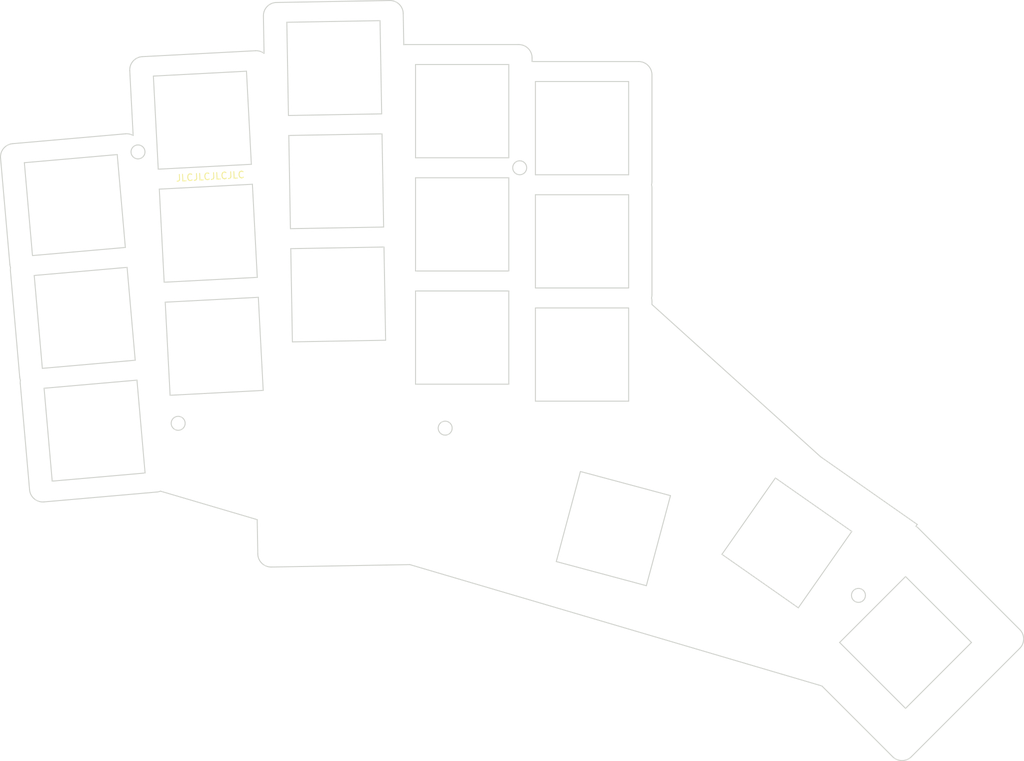
<source format=kicad_pcb>

            
(kicad_pcb (version 20171130) (host pcbnew 5.1.6)

  (page A3)
  (title_block
    (title top_plate)
    (rev 0.3)
    (company Deon)
  )

  (general
    (thickness 1.6)
  )

  (layers
    (0 F.Cu signal)
    (31 B.Cu signal)
    (32 B.Adhes user)
    (33 F.Adhes user)
    (34 B.Paste user)
    (35 F.Paste user)
    (36 B.SilkS user)
    (37 F.SilkS user)
    (38 B.Mask user)
    (39 F.Mask user)
    (40 Dwgs.User user)
    (41 Cmts.User user)
    (42 Eco1.User user)
    (43 Eco2.User user)
    (44 Edge.Cuts user)
    (45 Margin user)
    (46 B.CrtYd user)
    (47 F.CrtYd user)
    (48 B.Fab user)
    (49 F.Fab user)
  )

  (setup
    (last_trace_width 0.25)
    (trace_clearance 0.2)
    (zone_clearance 0.508)
    (zone_45_only no)
    (trace_min 0.2)
    (via_size 0.8)
    (via_drill 0.4)
    (via_min_size 0.4)
    (via_min_drill 0.3)
    (uvia_size 0.3)
    (uvia_drill 0.1)
    (uvias_allowed no)
    (uvia_min_size 0.2)
    (uvia_min_drill 0.1)
    (edge_width 0.05)
    (segment_width 0.2)
    (pcb_text_width 0.3)
    (pcb_text_size 1.5 1.5)
    (mod_edge_width 0.12)
    (mod_text_size 1 1)
    (mod_text_width 0.15)
    (pad_size 1.524 1.524)
    (pad_drill 0.762)
    (pad_to_mask_clearance 0.05)
    (aux_axis_origin 0 0)
    (visible_elements FFFFFF7F)
    (pcbplotparams
      (layerselection 0x010fc_ffffffff)
      (usegerberextensions false)
      (usegerberattributes true)
      (usegerberadvancedattributes true)
      (creategerberjobfile true)
      (excludeedgelayer true)
      (linewidth 0.100000)
      (plotframeref false)
      (viasonmask false)
      (mode 1)
      (useauxorigin false)
      (hpglpennumber 1)
      (hpglpenspeed 20)
      (hpglpendiameter 15.000000)
      (psnegative false)
      (psa4output false)
      (plotreference true)
      (plotvalue true)
      (plotinvisibletext false)
      (padsonsilk false)
      (subtractmaskfromsilk false)
      (outputformat 1)
      (mirror false)
      (drillshape 1)
      (scaleselection 1)
      (outputdirectory ""))
  )

            (net 0 "")
            
  (net_class Default "This is the default net class."
    (clearance 0.2)
    (trace_width 0.25)
    (via_dia 0.8)
    (via_drill 0.4)
    (uvia_dia 0.3)
    (uvia_drill 0.1)
    (add_net "")
  )

            
            (gr_text "JLCJLCJLCJLC" (at 12.136228500000003 -37.8934518 3) (layer F.SilkS)
                (effects (font (size 1 1) (thickness 0.15)) (justify left))
            )
        
            (gr_line (start -7.5960975 10.7027708) (end 9.339212400000001 9.2211232) (angle 90) (layer Edge.Cuts) (width 0.15))
(gr_arc (start 9.1649009 7.2287338) (end 9.3392124 9.2211232) (angle -16.449175615318268) (layer Edge.Cuts) (width 0.15))
(gr_arc (start -9.1649009 -7.2287338000000005) (end -11.137601499999999 -7.5580549) (angle -14.477515648911606) (layer Edge.Cuts) (width 0.15))
(gr_line (start -11.1572903 -7.054422299999999) (end -9.7627984 8.8846929) (angle 90) (layer Edge.Cuts) (width 0.15))
(gr_arc (start -7.770409 8.7103814) (end -9.7627984 8.8846929) (angle -90) (layer Edge.Cuts) (width 0.15))
(gr_arc (start -10.6465485 -24.1640437) (end -12.6192491 -24.493364800000002) (angle -14.477515648911663) (layer Edge.Cuts) (width 0.15))
(gr_line (start -12.6389379 -23.9897322) (end -11.244446 -8.050617) (angle 90) (layer Edge.Cuts) (width 0.15))
(gr_arc (start -9.2520566 -8.2249285) (end -11.244446 -8.050617) (angle -14.47750864595821) (layer Edge.Cuts) (width 0.15))
(gr_arc (start 4.8071138 -42.5810012) (end 5.7910772 -44.322212300000004) (angle -34.47091611794221) (layer Edge.Cuts) (width 0.15))
(gr_line (start 4.632802299999998 -44.573390599999996) (end -12.3025076 -43.091743) (angle 90) (layer Edge.Cuts) (width 0.15))
(gr_arc (start -12.1281961 -41.0993536) (end -12.3025076 -43.091743) (angle -90) (layer Edge.Cuts) (width 0.15))
(gr_line (start -14.1205855 -40.9250421) (end -12.7260936 -24.985926900000003) (angle 90) (layer Edge.Cuts) (width 0.15))
(gr_arc (start -10.733704200000002 -25.1602384) (end -12.726093600000002 -24.9859269) (angle -14.47750864595821) (layer Edge.Cuts) (width 0.15))
(gr_arc (start 24.254869100000004 -55.0512066) (end 25.449118100000003 -56.6555037) (angle -39.66423228112681) (layer Edge.Cuts) (width 0.15))
(gr_line (start 24.150197200000004 -57.0484657) (end 7.173495100000004 -56.1587544) (angle 90) (layer Edge.Cuts) (width 0.15))
(gr_arc (start 7.278167000000005 -54.1614953) (end 7.173495100000006 -56.1587544) (angle -90) (layer Edge.Cuts) (width 0.15))
(gr_line (start 5.280907900000004 -54.0568234) (end 5.7910772 -44.322212300000004) (angle 90) (layer Edge.Cuts) (width 0.15))
(gr_line (start 46.4296392 -57.9547171) (end 46.34810459999999 -62.625827900000004) (angle 90) (layer Edge.Cuts) (width 0.15))
(gr_arc (start 44.34840929999999 -62.5909231) (end 46.34810469999999 -62.6258279) (angle -90) (layer Edge.Cuts) (width 0.15))
(gr_line (start 44.31350439999999 -64.5906185) (end 27.316093599999995 -64.2939276) (angle 90) (layer Edge.Cuts) (width 0.15))
(gr_arc (start 27.350998399999995 -62.294232199999996) (end 27.316093599999995 -64.29392759999999) (angle -90) (layer Edge.Cuts) (width 0.15))
(gr_line (start 25.351302999999994 -62.259327400000004) (end 25.449118100000003 -56.6555037) (angle 90) (layer Edge.Cuts) (width 0.15))
(gr_line (start 65.6985637 -55.422879699999996) (end 65.6985637 -55.9728797) (angle 90) (layer Edge.Cuts) (width 0.15))
(gr_arc (start 63.698563699999994 -55.9728797) (end 65.6985637 -55.9728797) (angle -90) (layer Edge.Cuts) (width 0.15))
(gr_line (start 63.698563699999994 -57.9728797) (end 46.698563699999994 -57.9728797) (angle 90) (layer Edge.Cuts) (width 0.15))
(gr_arc (start 46.698563699999994 -55.9728797) (end 46.698563699999994 -57.9728797) (angle -7.727525700330489) (layer Edge.Cuts) (width 0.15))
(gr_line (start 83.69856379999999 -18.942192872349423) (end 83.69856379999999 -19.4228797) (angle 90) (layer Edge.Cuts) (width 0.15))
(gr_arc (start 81.69856379999999 -19.4228797) (end 83.69856379999999 -19.4228797) (angle -14.477511993299386) (layer Edge.Cuts) (width 0.15))
(gr_arc (start 81.69856379999999 -20.4228797) (end 83.63505549999999 -19.9228797) (angle -14.477511993299458) (layer Edge.Cuts) (width 0.15))
(gr_line (start 83.69856379999999 -20.4228797) (end 83.69856379999999 -36.422879699999996) (angle 90) (layer Edge.Cuts) (width 0.15))
(gr_arc (start 81.69856379999999 -36.422879699999996) (end 83.69856379999999 -36.422879699999996) (angle -14.477511993299386) (layer Edge.Cuts) (width 0.15))
(gr_arc (start 81.69856379999999 -37.422879699999996) (end 83.63505549999999 -36.922879699999996) (angle -14.477511993299458) (layer Edge.Cuts) (width 0.15))
(gr_line (start 83.69856379999999 -37.422879699999996) (end 83.69856379999999 -53.422879699999996) (angle 90) (layer Edge.Cuts) (width 0.15))
(gr_arc (start 81.69856379999999 -53.422879699999996) (end 83.69856379999999 -53.422879699999996) (angle -90) (layer Edge.Cuts) (width 0.15))
(gr_line (start 81.69856379999999 -55.422879699999996) (end 65.6985637 -55.422879699999996) (angle 90) (layer Edge.Cuts) (width 0.15))
(gr_line (start 83.69856379999999 -18.942192872349423) (end 109.02751429780392 3.9278878269594344) (angle 90) (layer Edge.Cuts) (width 0.15))
(gr_line (start 109.21998096492294 38.344948564922966) (end 47.34190464162967 20.11943033159165) (angle 90) (layer Edge.Cuts) (width 0.15))
(gr_line (start 24.421046174455924 13.368339335573948) (end 9.8962524 9.0902184) (angle 90) (layer Edge.Cuts) (width 0.15))
(gr_line (start 123.34251929999999 14.366937200000008) (end 123.5377756 14.088082200000006) (angle 90) (layer Edge.Cuts) (width 0.15))
(gr_line (start 123.5377756 14.088082200000006) (end 109.02751429780392 3.9278878269594344) (angle 90) (layer Edge.Cuts) (width 0.15))
(gr_line (start 122.66398829999999 48.960528800000006) (end 138.9274442 32.69707290000001) (angle 90) (layer Edge.Cuts) (width 0.15))
(gr_arc (start 137.51323069999998 31.282859300000005) (end 138.9274443 32.69707290000001) (angle -90) (layer Edge.Cuts) (width 0.15))
(gr_line (start 138.9274442 29.868645800000007) (end 123.72464839999999 14.665850000000006) (angle 90) (layer Edge.Cuts) (width 0.15))
(gr_arc (start 122.31043489999999 16.08006350000001) (end 123.72464849999999 14.665849900000008) (angle -13.932857133698988) (layer Edge.Cuts) (width 0.15))
(gr_line (start 109.21998096492294 38.34494856492296) (end 119.83556119999999 48.960528800000006) (angle 90) (layer Edge.Cuts) (width 0.15))
(gr_arc (start 121.24977469999999 47.5463153) (end 119.83556109999999 48.9605289) (angle -90) (layer Edge.Cuts) (width 0.15))
(gr_line (start 26.545527799999995 20.4824325) (end 47.34190464162967 20.119430331591655) (angle 90) (layer Edge.Cuts) (width 0.15))
(gr_line (start 24.421046174455924 13.368339335573864) (end 24.510927599999995 18.5176419) (angle 90) (layer Edge.Cuts) (width 0.15))
(gr_arc (start 26.510622899999994 18.4827371) (end 24.510927499999994 18.5176419) (angle -90) (layer Edge.Cuts) (width 0.15))
(gr_line (start -6.3632727 7.5834531) (end 7.5834531 6.3632727) (angle 90) (layer Edge.Cuts) (width 0.15))
(gr_line (start 7.5834531 6.3632727) (end 6.3632727 -7.5834531) (angle 90) (layer Edge.Cuts) (width 0.15))
(gr_line (start 6.3632727 -7.5834531) (end -7.5834531 -6.3632727) (angle 90) (layer Edge.Cuts) (width 0.15))
(gr_line (start -7.5834531 -6.3632727) (end -6.3632727 7.5834531) (angle 90) (layer Edge.Cuts) (width 0.15))
(gr_line (start -7.8449203 -9.3518568) (end 6.101805499999999 -10.5720372) (angle 90) (layer Edge.Cuts) (width 0.15))
(gr_line (start 6.101805499999999 -10.5720372) (end 4.881625099999999 -24.518763) (angle 90) (layer Edge.Cuts) (width 0.15))
(gr_line (start 4.881625099999999 -24.518763) (end -9.0651007 -23.2985826) (angle 90) (layer Edge.Cuts) (width 0.15))
(gr_line (start -9.0651007 -23.2985826) (end -7.8449203 -9.3518568) (angle 90) (layer Edge.Cuts) (width 0.15))
(gr_line (start -9.3265679 -26.2871667) (end 4.620157899999999 -27.5073471) (angle 90) (layer Edge.Cuts) (width 0.15))
(gr_line (start 4.620157899999999 -27.5073471) (end 3.3999774999999985 -41.4540729) (angle 90) (layer Edge.Cuts) (width 0.15))
(gr_line (start 3.3999774999999985 -41.4540729) (end -10.5467483 -40.233892499999996) (angle 90) (layer Edge.Cuts) (width 0.15))
(gr_line (start -10.5467483 -40.233892499999996) (end -9.3265679 -26.2871667) (angle 90) (layer Edge.Cuts) (width 0.15))
(gr_line (start 11.3405733 -5.3071521) (end 25.3213867 -6.0398555) (angle 90) (layer Edge.Cuts) (width 0.15))
(gr_line (start 25.3213867 -6.0398555) (end 24.5886833 -20.0206689) (angle 90) (layer Edge.Cuts) (width 0.15))
(gr_line (start 24.5886833 -20.0206689) (end 10.6078699 -19.2879655) (angle 90) (layer Edge.Cuts) (width 0.15))
(gr_line (start 10.6078699 -19.2879655) (end 11.3405733 -5.3071521) (angle 90) (layer Edge.Cuts) (width 0.15))
(gr_line (start 10.450862000000003 -22.2838542) (end 24.431675400000003 -23.0165576) (angle 90) (layer Edge.Cuts) (width 0.15))
(gr_line (start 24.431675400000003 -23.0165576) (end 23.698972000000005 -36.997371) (angle 90) (layer Edge.Cuts) (width 0.15))
(gr_line (start 23.698972000000005 -36.997371) (end 9.718158600000002 -36.2646676) (angle 90) (layer Edge.Cuts) (width 0.15))
(gr_line (start 9.718158600000002 -36.2646676) (end 10.450862000000003 -22.2838542) (angle 90) (layer Edge.Cuts) (width 0.15))
(gr_line (start 9.561150700000004 -39.260556300000005) (end 23.541964100000005 -39.9932597) (angle 90) (layer Edge.Cuts) (width 0.15))
(gr_line (start 23.541964100000005 -39.9932597) (end 22.809260700000003 -53.9740731) (angle 90) (layer Edge.Cuts) (width 0.15))
(gr_line (start 22.809260700000003 -53.9740731) (end 8.828447300000004 -53.2413697) (angle 90) (layer Edge.Cuts) (width 0.15))
(gr_line (start 8.828447300000004 -53.2413697) (end 9.561150700000004 -39.260556300000005) (angle 90) (layer Edge.Cuts) (width 0.15))
(gr_line (start 29.705937899999995 -13.327873799999999) (end 43.703805599999995 -13.572207499999998) (angle 90) (layer Edge.Cuts) (width 0.15))
(gr_line (start 43.703805599999995 -13.572207499999998) (end 43.4594719 -27.570075199999998) (angle 90) (layer Edge.Cuts) (width 0.15))
(gr_line (start 43.4594719 -27.570075199999998) (end 29.461604199999996 -27.3257415) (angle 90) (layer Edge.Cuts) (width 0.15))
(gr_line (start 29.461604199999996 -27.3257415) (end 29.705937899999995 -13.327873799999999) (angle 90) (layer Edge.Cuts) (width 0.15))
(gr_line (start 29.409246999999993 -30.325284600000003) (end 43.407114699999994 -30.569618300000002) (angle 90) (layer Edge.Cuts) (width 0.15))
(gr_line (start 43.407114699999994 -30.569618300000002) (end 43.162780999999995 -44.567486) (angle 90) (layer Edge.Cuts) (width 0.15))
(gr_line (start 43.162780999999995 -44.567486) (end 29.164913299999995 -44.323152300000004) (angle 90) (layer Edge.Cuts) (width 0.15))
(gr_line (start 29.164913299999995 -44.323152300000004) (end 29.409246999999993 -30.325284600000003) (angle 90) (layer Edge.Cuts) (width 0.15))
(gr_line (start 29.112556099999992 -47.3226954) (end 43.11042379999999 -47.5670291) (angle 90) (layer Edge.Cuts) (width 0.15))
(gr_line (start 43.11042379999999 -47.5670291) (end 42.866090099999994 -61.5648968) (angle 90) (layer Edge.Cuts) (width 0.15))
(gr_line (start 42.866090099999994 -61.5648968) (end 28.868222399999993 -61.3205631) (angle 90) (layer Edge.Cuts) (width 0.15))
(gr_line (start 28.868222399999993 -61.3205631) (end 29.112556099999992 -47.3226954) (angle 90) (layer Edge.Cuts) (width 0.15))
(gr_line (start 48.198563699999994 -6.972879699999998) (end 62.198563699999994 -6.972879699999998) (angle 90) (layer Edge.Cuts) (width 0.15))
(gr_line (start 62.198563699999994 -6.972879699999998) (end 62.198563699999994 -20.9728797) (angle 90) (layer Edge.Cuts) (width 0.15))
(gr_line (start 62.198563699999994 -20.9728797) (end 48.198563699999994 -20.9728797) (angle 90) (layer Edge.Cuts) (width 0.15))
(gr_line (start 48.198563699999994 -20.9728797) (end 48.198563699999994 -6.972879699999998) (angle 90) (layer Edge.Cuts) (width 0.15))
(gr_line (start 48.198563699999994 -23.9728797) (end 62.198563699999994 -23.9728797) (angle 90) (layer Edge.Cuts) (width 0.15))
(gr_line (start 62.198563699999994 -23.9728797) (end 62.198563699999994 -37.9728797) (angle 90) (layer Edge.Cuts) (width 0.15))
(gr_line (start 62.198563699999994 -37.9728797) (end 48.198563699999994 -37.9728797) (angle 90) (layer Edge.Cuts) (width 0.15))
(gr_line (start 48.198563699999994 -37.9728797) (end 48.198563699999994 -23.9728797) (angle 90) (layer Edge.Cuts) (width 0.15))
(gr_line (start 48.198563699999994 -40.9728797) (end 62.198563699999994 -40.9728797) (angle 90) (layer Edge.Cuts) (width 0.15))
(gr_line (start 62.198563699999994 -40.9728797) (end 62.198563699999994 -54.9728797) (angle 90) (layer Edge.Cuts) (width 0.15))
(gr_line (start 62.198563699999994 -54.9728797) (end 48.198563699999994 -54.9728797) (angle 90) (layer Edge.Cuts) (width 0.15))
(gr_line (start 48.198563699999994 -54.9728797) (end 48.198563699999994 -40.9728797) (angle 90) (layer Edge.Cuts) (width 0.15))
(gr_line (start 66.19856379999999 -4.422879699999999) (end 80.19856379999999 -4.422879699999999) (angle 90) (layer Edge.Cuts) (width 0.15))
(gr_line (start 80.19856379999999 -4.422879699999999) (end 80.19856379999999 -18.4228797) (angle 90) (layer Edge.Cuts) (width 0.15))
(gr_line (start 80.19856379999999 -18.4228797) (end 66.19856379999999 -18.4228797) (angle 90) (layer Edge.Cuts) (width 0.15))
(gr_line (start 66.19856379999999 -18.4228797) (end 66.19856379999999 -4.422879699999999) (angle 90) (layer Edge.Cuts) (width 0.15))
(gr_line (start 66.19856379999999 -21.4228797) (end 80.19856379999999 -21.4228797) (angle 90) (layer Edge.Cuts) (width 0.15))
(gr_line (start 80.19856379999999 -21.4228797) (end 80.19856379999999 -35.422879699999996) (angle 90) (layer Edge.Cuts) (width 0.15))
(gr_line (start 80.19856379999999 -35.422879699999996) (end 66.19856379999999 -35.422879699999996) (angle 90) (layer Edge.Cuts) (width 0.15))
(gr_line (start 66.19856379999999 -35.422879699999996) (end 66.19856379999999 -21.4228797) (angle 90) (layer Edge.Cuts) (width 0.15))
(gr_line (start 66.19856379999999 -38.422879699999996) (end 80.19856379999999 -38.422879699999996) (angle 90) (layer Edge.Cuts) (width 0.15))
(gr_line (start 80.19856379999999 -38.422879699999996) (end 80.19856379999999 -52.422879699999996) (angle 90) (layer Edge.Cuts) (width 0.15))
(gr_line (start 80.19856379999999 -52.422879699999996) (end 66.19856379999999 -52.422879699999996) (angle 90) (layer Edge.Cuts) (width 0.15))
(gr_line (start 66.19856379999999 -52.422879699999996) (end 66.19856379999999 -38.422879699999996) (angle 90) (layer Edge.Cuts) (width 0.15))
(gr_line (start 69.3345291 19.662384000000007) (end 82.8574907 23.285850600000003) (angle 90) (layer Edge.Cuts) (width 0.15))
(gr_line (start 82.8574907 23.285850600000003) (end 86.4809573 9.762889000000005) (angle 90) (layer Edge.Cuts) (width 0.15))
(gr_line (start 86.4809573 9.762889000000005) (end 72.9579957 6.139422400000006) (angle 90) (layer Edge.Cuts) (width 0.15))
(gr_line (start 72.9579957 6.139422400000006) (end 69.3345291 19.662384000000007) (angle 90) (layer Edge.Cuts) (width 0.15))
(gr_line (start 105.676776 26.60755470000001) (end 113.7068461 15.139426000000006) (angle 90) (layer Edge.Cuts) (width 0.15))
(gr_line (start 113.7068461 15.139426000000006) (end 102.2387174 7.109355900000008) (angle 90) (layer Edge.Cuts) (width 0.15))
(gr_line (start 102.2387174 7.109355900000008) (end 94.2086473 18.577484600000005) (angle 90) (layer Edge.Cuts) (width 0.15))
(gr_line (start 94.2086473 18.577484600000005) (end 105.676776 26.60755470000001) (angle 90) (layer Edge.Cuts) (width 0.15))
(gr_line (start 121.78010479999999 41.71268430000001) (end 131.67959969999998 31.813189400000006) (angle 90) (layer Edge.Cuts) (width 0.15))
(gr_line (start 131.67959969999998 31.813189400000006) (end 121.78010479999999 21.913694500000005) (angle 90) (layer Edge.Cuts) (width 0.15))
(gr_line (start 121.78010479999999 21.913694500000005) (end 111.8806099 31.813189400000006) (angle 90) (layer Edge.Cuts) (width 0.15))
(gr_line (start 111.8806099 31.813189400000006) (end 121.78010479999999 41.71268430000001) (angle 90) (layer Edge.Cuts) (width 0.15))
(gr_circle (center 6.521201100000004 -41.8550132) (end 7.571201100000004 -41.8550132) (layer Edge.Cuts) (width 0.15))
(gr_circle (center 12.5520532 -1.0981624) (end 13.6020532 -1.0981624) (layer Edge.Cuts) (width 0.15))
(gr_circle (center 63.83856379999999 -39.47287969999999) (end 64.88856379999999 -39.47287969999999) (layer Edge.Cuts) (width 0.15))
(gr_circle (center 52.6485637 -0.3728796999999986) (end 53.698563699999994 -0.3728796999999986) (layer Edge.Cuts) (width 0.15))
(gr_circle (center 114.709037 24.742121600000004) (end 115.75903699999999 24.742121600000004) (layer Edge.Cuts) (width 0.15))
            
)

        
</source>
